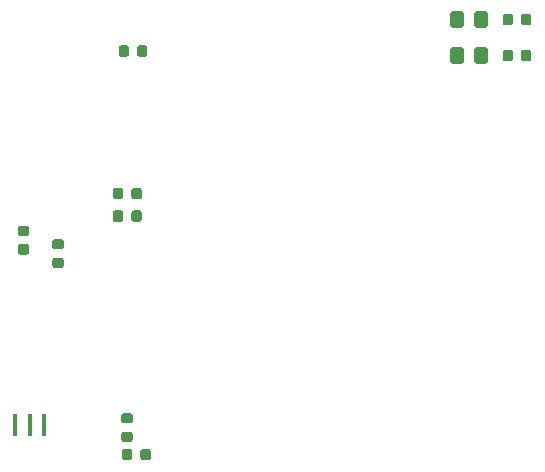
<source format=gbr>
G04 #@! TF.GenerationSoftware,KiCad,Pcbnew,5.1.5-52549c5~84~ubuntu18.04.1*
G04 #@! TF.CreationDate,2020-03-09T21:38:05-04:00*
G04 #@! TF.ProjectId,right,72696768-742e-46b6-9963-61645f706362,rev?*
G04 #@! TF.SameCoordinates,Original*
G04 #@! TF.FileFunction,Paste,Bot*
G04 #@! TF.FilePolarity,Positive*
%FSLAX46Y46*%
G04 Gerber Fmt 4.6, Leading zero omitted, Abs format (unit mm)*
G04 Created by KiCad (PCBNEW 5.1.5-52549c5~84~ubuntu18.04.1) date 2020-03-09 21:38:05*
%MOMM*%
%LPD*%
G04 APERTURE LIST*
%ADD10C,0.100000*%
%ADD11R,0.400000X1.900000*%
G04 APERTURE END LIST*
D10*
G36*
X185397505Y-64579204D02*
G01*
X185421773Y-64582804D01*
X185445572Y-64588765D01*
X185468671Y-64597030D01*
X185490850Y-64607520D01*
X185511893Y-64620132D01*
X185531599Y-64634747D01*
X185549777Y-64651223D01*
X185566253Y-64669401D01*
X185580868Y-64689107D01*
X185593480Y-64710150D01*
X185603970Y-64732329D01*
X185612235Y-64755428D01*
X185618196Y-64779227D01*
X185621796Y-64803495D01*
X185623000Y-64827999D01*
X185623000Y-65728001D01*
X185621796Y-65752505D01*
X185618196Y-65776773D01*
X185612235Y-65800572D01*
X185603970Y-65823671D01*
X185593480Y-65845850D01*
X185580868Y-65866893D01*
X185566253Y-65886599D01*
X185549777Y-65904777D01*
X185531599Y-65921253D01*
X185511893Y-65935868D01*
X185490850Y-65948480D01*
X185468671Y-65958970D01*
X185445572Y-65967235D01*
X185421773Y-65973196D01*
X185397505Y-65976796D01*
X185373001Y-65978000D01*
X184722999Y-65978000D01*
X184698495Y-65976796D01*
X184674227Y-65973196D01*
X184650428Y-65967235D01*
X184627329Y-65958970D01*
X184605150Y-65948480D01*
X184584107Y-65935868D01*
X184564401Y-65921253D01*
X184546223Y-65904777D01*
X184529747Y-65886599D01*
X184515132Y-65866893D01*
X184502520Y-65845850D01*
X184492030Y-65823671D01*
X184483765Y-65800572D01*
X184477804Y-65776773D01*
X184474204Y-65752505D01*
X184473000Y-65728001D01*
X184473000Y-64827999D01*
X184474204Y-64803495D01*
X184477804Y-64779227D01*
X184483765Y-64755428D01*
X184492030Y-64732329D01*
X184502520Y-64710150D01*
X184515132Y-64689107D01*
X184529747Y-64669401D01*
X184546223Y-64651223D01*
X184564401Y-64634747D01*
X184584107Y-64620132D01*
X184605150Y-64607520D01*
X184627329Y-64597030D01*
X184650428Y-64588765D01*
X184674227Y-64582804D01*
X184698495Y-64579204D01*
X184722999Y-64578000D01*
X185373001Y-64578000D01*
X185397505Y-64579204D01*
G37*
G36*
X183347505Y-64579204D02*
G01*
X183371773Y-64582804D01*
X183395572Y-64588765D01*
X183418671Y-64597030D01*
X183440850Y-64607520D01*
X183461893Y-64620132D01*
X183481599Y-64634747D01*
X183499777Y-64651223D01*
X183516253Y-64669401D01*
X183530868Y-64689107D01*
X183543480Y-64710150D01*
X183553970Y-64732329D01*
X183562235Y-64755428D01*
X183568196Y-64779227D01*
X183571796Y-64803495D01*
X183573000Y-64827999D01*
X183573000Y-65728001D01*
X183571796Y-65752505D01*
X183568196Y-65776773D01*
X183562235Y-65800572D01*
X183553970Y-65823671D01*
X183543480Y-65845850D01*
X183530868Y-65866893D01*
X183516253Y-65886599D01*
X183499777Y-65904777D01*
X183481599Y-65921253D01*
X183461893Y-65935868D01*
X183440850Y-65948480D01*
X183418671Y-65958970D01*
X183395572Y-65967235D01*
X183371773Y-65973196D01*
X183347505Y-65976796D01*
X183323001Y-65978000D01*
X182672999Y-65978000D01*
X182648495Y-65976796D01*
X182624227Y-65973196D01*
X182600428Y-65967235D01*
X182577329Y-65958970D01*
X182555150Y-65948480D01*
X182534107Y-65935868D01*
X182514401Y-65921253D01*
X182496223Y-65904777D01*
X182479747Y-65886599D01*
X182465132Y-65866893D01*
X182452520Y-65845850D01*
X182442030Y-65823671D01*
X182433765Y-65800572D01*
X182427804Y-65776773D01*
X182424204Y-65752505D01*
X182423000Y-65728001D01*
X182423000Y-64827999D01*
X182424204Y-64803495D01*
X182427804Y-64779227D01*
X182433765Y-64755428D01*
X182442030Y-64732329D01*
X182452520Y-64710150D01*
X182465132Y-64689107D01*
X182479747Y-64669401D01*
X182496223Y-64651223D01*
X182514401Y-64634747D01*
X182534107Y-64620132D01*
X182555150Y-64607520D01*
X182577329Y-64597030D01*
X182600428Y-64588765D01*
X182624227Y-64582804D01*
X182648495Y-64579204D01*
X182672999Y-64578000D01*
X183323001Y-64578000D01*
X183347505Y-64579204D01*
G37*
G36*
X185397505Y-67627204D02*
G01*
X185421773Y-67630804D01*
X185445572Y-67636765D01*
X185468671Y-67645030D01*
X185490850Y-67655520D01*
X185511893Y-67668132D01*
X185531599Y-67682747D01*
X185549777Y-67699223D01*
X185566253Y-67717401D01*
X185580868Y-67737107D01*
X185593480Y-67758150D01*
X185603970Y-67780329D01*
X185612235Y-67803428D01*
X185618196Y-67827227D01*
X185621796Y-67851495D01*
X185623000Y-67875999D01*
X185623000Y-68776001D01*
X185621796Y-68800505D01*
X185618196Y-68824773D01*
X185612235Y-68848572D01*
X185603970Y-68871671D01*
X185593480Y-68893850D01*
X185580868Y-68914893D01*
X185566253Y-68934599D01*
X185549777Y-68952777D01*
X185531599Y-68969253D01*
X185511893Y-68983868D01*
X185490850Y-68996480D01*
X185468671Y-69006970D01*
X185445572Y-69015235D01*
X185421773Y-69021196D01*
X185397505Y-69024796D01*
X185373001Y-69026000D01*
X184722999Y-69026000D01*
X184698495Y-69024796D01*
X184674227Y-69021196D01*
X184650428Y-69015235D01*
X184627329Y-69006970D01*
X184605150Y-68996480D01*
X184584107Y-68983868D01*
X184564401Y-68969253D01*
X184546223Y-68952777D01*
X184529747Y-68934599D01*
X184515132Y-68914893D01*
X184502520Y-68893850D01*
X184492030Y-68871671D01*
X184483765Y-68848572D01*
X184477804Y-68824773D01*
X184474204Y-68800505D01*
X184473000Y-68776001D01*
X184473000Y-67875999D01*
X184474204Y-67851495D01*
X184477804Y-67827227D01*
X184483765Y-67803428D01*
X184492030Y-67780329D01*
X184502520Y-67758150D01*
X184515132Y-67737107D01*
X184529747Y-67717401D01*
X184546223Y-67699223D01*
X184564401Y-67682747D01*
X184584107Y-67668132D01*
X184605150Y-67655520D01*
X184627329Y-67645030D01*
X184650428Y-67636765D01*
X184674227Y-67630804D01*
X184698495Y-67627204D01*
X184722999Y-67626000D01*
X185373001Y-67626000D01*
X185397505Y-67627204D01*
G37*
G36*
X183347505Y-67627204D02*
G01*
X183371773Y-67630804D01*
X183395572Y-67636765D01*
X183418671Y-67645030D01*
X183440850Y-67655520D01*
X183461893Y-67668132D01*
X183481599Y-67682747D01*
X183499777Y-67699223D01*
X183516253Y-67717401D01*
X183530868Y-67737107D01*
X183543480Y-67758150D01*
X183553970Y-67780329D01*
X183562235Y-67803428D01*
X183568196Y-67827227D01*
X183571796Y-67851495D01*
X183573000Y-67875999D01*
X183573000Y-68776001D01*
X183571796Y-68800505D01*
X183568196Y-68824773D01*
X183562235Y-68848572D01*
X183553970Y-68871671D01*
X183543480Y-68893850D01*
X183530868Y-68914893D01*
X183516253Y-68934599D01*
X183499777Y-68952777D01*
X183481599Y-68969253D01*
X183461893Y-68983868D01*
X183440850Y-68996480D01*
X183418671Y-69006970D01*
X183395572Y-69015235D01*
X183371773Y-69021196D01*
X183347505Y-69024796D01*
X183323001Y-69026000D01*
X182672999Y-69026000D01*
X182648495Y-69024796D01*
X182624227Y-69021196D01*
X182600428Y-69015235D01*
X182577329Y-69006970D01*
X182555150Y-68996480D01*
X182534107Y-68983868D01*
X182514401Y-68969253D01*
X182496223Y-68952777D01*
X182479747Y-68934599D01*
X182465132Y-68914893D01*
X182452520Y-68893850D01*
X182442030Y-68871671D01*
X182433765Y-68848572D01*
X182427804Y-68824773D01*
X182424204Y-68800505D01*
X182423000Y-68776001D01*
X182423000Y-67875999D01*
X182424204Y-67851495D01*
X182427804Y-67827227D01*
X182433765Y-67803428D01*
X182442030Y-67780329D01*
X182452520Y-67758150D01*
X182465132Y-67737107D01*
X182479747Y-67717401D01*
X182496223Y-67699223D01*
X182514401Y-67682747D01*
X182534107Y-67668132D01*
X182555150Y-67655520D01*
X182577329Y-67645030D01*
X182600428Y-67636765D01*
X182624227Y-67630804D01*
X182648495Y-67627204D01*
X182672999Y-67626000D01*
X183323001Y-67626000D01*
X183347505Y-67627204D01*
G37*
D11*
X145612000Y-99568000D03*
X146812000Y-99568000D03*
X148012000Y-99568000D03*
D10*
G36*
X146581691Y-84298053D02*
G01*
X146602926Y-84301203D01*
X146623750Y-84306419D01*
X146643962Y-84313651D01*
X146663368Y-84322830D01*
X146681781Y-84333866D01*
X146699024Y-84346654D01*
X146714930Y-84361070D01*
X146729346Y-84376976D01*
X146742134Y-84394219D01*
X146753170Y-84412632D01*
X146762349Y-84432038D01*
X146769581Y-84452250D01*
X146774797Y-84473074D01*
X146777947Y-84494309D01*
X146779000Y-84515750D01*
X146779000Y-84953250D01*
X146777947Y-84974691D01*
X146774797Y-84995926D01*
X146769581Y-85016750D01*
X146762349Y-85036962D01*
X146753170Y-85056368D01*
X146742134Y-85074781D01*
X146729346Y-85092024D01*
X146714930Y-85107930D01*
X146699024Y-85122346D01*
X146681781Y-85135134D01*
X146663368Y-85146170D01*
X146643962Y-85155349D01*
X146623750Y-85162581D01*
X146602926Y-85167797D01*
X146581691Y-85170947D01*
X146560250Y-85172000D01*
X146047750Y-85172000D01*
X146026309Y-85170947D01*
X146005074Y-85167797D01*
X145984250Y-85162581D01*
X145964038Y-85155349D01*
X145944632Y-85146170D01*
X145926219Y-85135134D01*
X145908976Y-85122346D01*
X145893070Y-85107930D01*
X145878654Y-85092024D01*
X145865866Y-85074781D01*
X145854830Y-85056368D01*
X145845651Y-85036962D01*
X145838419Y-85016750D01*
X145833203Y-84995926D01*
X145830053Y-84974691D01*
X145829000Y-84953250D01*
X145829000Y-84515750D01*
X145830053Y-84494309D01*
X145833203Y-84473074D01*
X145838419Y-84452250D01*
X145845651Y-84432038D01*
X145854830Y-84412632D01*
X145865866Y-84394219D01*
X145878654Y-84376976D01*
X145893070Y-84361070D01*
X145908976Y-84346654D01*
X145926219Y-84333866D01*
X145944632Y-84322830D01*
X145964038Y-84313651D01*
X145984250Y-84306419D01*
X146005074Y-84301203D01*
X146026309Y-84298053D01*
X146047750Y-84297000D01*
X146560250Y-84297000D01*
X146581691Y-84298053D01*
G37*
G36*
X146581691Y-82723053D02*
G01*
X146602926Y-82726203D01*
X146623750Y-82731419D01*
X146643962Y-82738651D01*
X146663368Y-82747830D01*
X146681781Y-82758866D01*
X146699024Y-82771654D01*
X146714930Y-82786070D01*
X146729346Y-82801976D01*
X146742134Y-82819219D01*
X146753170Y-82837632D01*
X146762349Y-82857038D01*
X146769581Y-82877250D01*
X146774797Y-82898074D01*
X146777947Y-82919309D01*
X146779000Y-82940750D01*
X146779000Y-83378250D01*
X146777947Y-83399691D01*
X146774797Y-83420926D01*
X146769581Y-83441750D01*
X146762349Y-83461962D01*
X146753170Y-83481368D01*
X146742134Y-83499781D01*
X146729346Y-83517024D01*
X146714930Y-83532930D01*
X146699024Y-83547346D01*
X146681781Y-83560134D01*
X146663368Y-83571170D01*
X146643962Y-83580349D01*
X146623750Y-83587581D01*
X146602926Y-83592797D01*
X146581691Y-83595947D01*
X146560250Y-83597000D01*
X146047750Y-83597000D01*
X146026309Y-83595947D01*
X146005074Y-83592797D01*
X145984250Y-83587581D01*
X145964038Y-83580349D01*
X145944632Y-83571170D01*
X145926219Y-83560134D01*
X145908976Y-83547346D01*
X145893070Y-83532930D01*
X145878654Y-83517024D01*
X145865866Y-83499781D01*
X145854830Y-83481368D01*
X145845651Y-83461962D01*
X145838419Y-83441750D01*
X145833203Y-83420926D01*
X145830053Y-83399691D01*
X145829000Y-83378250D01*
X145829000Y-82940750D01*
X145830053Y-82919309D01*
X145833203Y-82898074D01*
X145838419Y-82877250D01*
X145845651Y-82857038D01*
X145854830Y-82837632D01*
X145865866Y-82819219D01*
X145878654Y-82801976D01*
X145893070Y-82786070D01*
X145908976Y-82771654D01*
X145926219Y-82758866D01*
X145944632Y-82747830D01*
X145964038Y-82738651D01*
X145984250Y-82731419D01*
X146005074Y-82726203D01*
X146026309Y-82723053D01*
X146047750Y-82722000D01*
X146560250Y-82722000D01*
X146581691Y-82723053D01*
G37*
G36*
X189114691Y-64804053D02*
G01*
X189135926Y-64807203D01*
X189156750Y-64812419D01*
X189176962Y-64819651D01*
X189196368Y-64828830D01*
X189214781Y-64839866D01*
X189232024Y-64852654D01*
X189247930Y-64867070D01*
X189262346Y-64882976D01*
X189275134Y-64900219D01*
X189286170Y-64918632D01*
X189295349Y-64938038D01*
X189302581Y-64958250D01*
X189307797Y-64979074D01*
X189310947Y-65000309D01*
X189312000Y-65021750D01*
X189312000Y-65534250D01*
X189310947Y-65555691D01*
X189307797Y-65576926D01*
X189302581Y-65597750D01*
X189295349Y-65617962D01*
X189286170Y-65637368D01*
X189275134Y-65655781D01*
X189262346Y-65673024D01*
X189247930Y-65688930D01*
X189232024Y-65703346D01*
X189214781Y-65716134D01*
X189196368Y-65727170D01*
X189176962Y-65736349D01*
X189156750Y-65743581D01*
X189135926Y-65748797D01*
X189114691Y-65751947D01*
X189093250Y-65753000D01*
X188655750Y-65753000D01*
X188634309Y-65751947D01*
X188613074Y-65748797D01*
X188592250Y-65743581D01*
X188572038Y-65736349D01*
X188552632Y-65727170D01*
X188534219Y-65716134D01*
X188516976Y-65703346D01*
X188501070Y-65688930D01*
X188486654Y-65673024D01*
X188473866Y-65655781D01*
X188462830Y-65637368D01*
X188453651Y-65617962D01*
X188446419Y-65597750D01*
X188441203Y-65576926D01*
X188438053Y-65555691D01*
X188437000Y-65534250D01*
X188437000Y-65021750D01*
X188438053Y-65000309D01*
X188441203Y-64979074D01*
X188446419Y-64958250D01*
X188453651Y-64938038D01*
X188462830Y-64918632D01*
X188473866Y-64900219D01*
X188486654Y-64882976D01*
X188501070Y-64867070D01*
X188516976Y-64852654D01*
X188534219Y-64839866D01*
X188552632Y-64828830D01*
X188572038Y-64819651D01*
X188592250Y-64812419D01*
X188613074Y-64807203D01*
X188634309Y-64804053D01*
X188655750Y-64803000D01*
X189093250Y-64803000D01*
X189114691Y-64804053D01*
G37*
G36*
X187539691Y-64804053D02*
G01*
X187560926Y-64807203D01*
X187581750Y-64812419D01*
X187601962Y-64819651D01*
X187621368Y-64828830D01*
X187639781Y-64839866D01*
X187657024Y-64852654D01*
X187672930Y-64867070D01*
X187687346Y-64882976D01*
X187700134Y-64900219D01*
X187711170Y-64918632D01*
X187720349Y-64938038D01*
X187727581Y-64958250D01*
X187732797Y-64979074D01*
X187735947Y-65000309D01*
X187737000Y-65021750D01*
X187737000Y-65534250D01*
X187735947Y-65555691D01*
X187732797Y-65576926D01*
X187727581Y-65597750D01*
X187720349Y-65617962D01*
X187711170Y-65637368D01*
X187700134Y-65655781D01*
X187687346Y-65673024D01*
X187672930Y-65688930D01*
X187657024Y-65703346D01*
X187639781Y-65716134D01*
X187621368Y-65727170D01*
X187601962Y-65736349D01*
X187581750Y-65743581D01*
X187560926Y-65748797D01*
X187539691Y-65751947D01*
X187518250Y-65753000D01*
X187080750Y-65753000D01*
X187059309Y-65751947D01*
X187038074Y-65748797D01*
X187017250Y-65743581D01*
X186997038Y-65736349D01*
X186977632Y-65727170D01*
X186959219Y-65716134D01*
X186941976Y-65703346D01*
X186926070Y-65688930D01*
X186911654Y-65673024D01*
X186898866Y-65655781D01*
X186887830Y-65637368D01*
X186878651Y-65617962D01*
X186871419Y-65597750D01*
X186866203Y-65576926D01*
X186863053Y-65555691D01*
X186862000Y-65534250D01*
X186862000Y-65021750D01*
X186863053Y-65000309D01*
X186866203Y-64979074D01*
X186871419Y-64958250D01*
X186878651Y-64938038D01*
X186887830Y-64918632D01*
X186898866Y-64900219D01*
X186911654Y-64882976D01*
X186926070Y-64867070D01*
X186941976Y-64852654D01*
X186959219Y-64839866D01*
X186977632Y-64828830D01*
X186997038Y-64819651D01*
X187017250Y-64812419D01*
X187038074Y-64807203D01*
X187059309Y-64804053D01*
X187080750Y-64803000D01*
X187518250Y-64803000D01*
X187539691Y-64804053D01*
G37*
G36*
X189114691Y-67852053D02*
G01*
X189135926Y-67855203D01*
X189156750Y-67860419D01*
X189176962Y-67867651D01*
X189196368Y-67876830D01*
X189214781Y-67887866D01*
X189232024Y-67900654D01*
X189247930Y-67915070D01*
X189262346Y-67930976D01*
X189275134Y-67948219D01*
X189286170Y-67966632D01*
X189295349Y-67986038D01*
X189302581Y-68006250D01*
X189307797Y-68027074D01*
X189310947Y-68048309D01*
X189312000Y-68069750D01*
X189312000Y-68582250D01*
X189310947Y-68603691D01*
X189307797Y-68624926D01*
X189302581Y-68645750D01*
X189295349Y-68665962D01*
X189286170Y-68685368D01*
X189275134Y-68703781D01*
X189262346Y-68721024D01*
X189247930Y-68736930D01*
X189232024Y-68751346D01*
X189214781Y-68764134D01*
X189196368Y-68775170D01*
X189176962Y-68784349D01*
X189156750Y-68791581D01*
X189135926Y-68796797D01*
X189114691Y-68799947D01*
X189093250Y-68801000D01*
X188655750Y-68801000D01*
X188634309Y-68799947D01*
X188613074Y-68796797D01*
X188592250Y-68791581D01*
X188572038Y-68784349D01*
X188552632Y-68775170D01*
X188534219Y-68764134D01*
X188516976Y-68751346D01*
X188501070Y-68736930D01*
X188486654Y-68721024D01*
X188473866Y-68703781D01*
X188462830Y-68685368D01*
X188453651Y-68665962D01*
X188446419Y-68645750D01*
X188441203Y-68624926D01*
X188438053Y-68603691D01*
X188437000Y-68582250D01*
X188437000Y-68069750D01*
X188438053Y-68048309D01*
X188441203Y-68027074D01*
X188446419Y-68006250D01*
X188453651Y-67986038D01*
X188462830Y-67966632D01*
X188473866Y-67948219D01*
X188486654Y-67930976D01*
X188501070Y-67915070D01*
X188516976Y-67900654D01*
X188534219Y-67887866D01*
X188552632Y-67876830D01*
X188572038Y-67867651D01*
X188592250Y-67860419D01*
X188613074Y-67855203D01*
X188634309Y-67852053D01*
X188655750Y-67851000D01*
X189093250Y-67851000D01*
X189114691Y-67852053D01*
G37*
G36*
X187539691Y-67852053D02*
G01*
X187560926Y-67855203D01*
X187581750Y-67860419D01*
X187601962Y-67867651D01*
X187621368Y-67876830D01*
X187639781Y-67887866D01*
X187657024Y-67900654D01*
X187672930Y-67915070D01*
X187687346Y-67930976D01*
X187700134Y-67948219D01*
X187711170Y-67966632D01*
X187720349Y-67986038D01*
X187727581Y-68006250D01*
X187732797Y-68027074D01*
X187735947Y-68048309D01*
X187737000Y-68069750D01*
X187737000Y-68582250D01*
X187735947Y-68603691D01*
X187732797Y-68624926D01*
X187727581Y-68645750D01*
X187720349Y-68665962D01*
X187711170Y-68685368D01*
X187700134Y-68703781D01*
X187687346Y-68721024D01*
X187672930Y-68736930D01*
X187657024Y-68751346D01*
X187639781Y-68764134D01*
X187621368Y-68775170D01*
X187601962Y-68784349D01*
X187581750Y-68791581D01*
X187560926Y-68796797D01*
X187539691Y-68799947D01*
X187518250Y-68801000D01*
X187080750Y-68801000D01*
X187059309Y-68799947D01*
X187038074Y-68796797D01*
X187017250Y-68791581D01*
X186997038Y-68784349D01*
X186977632Y-68775170D01*
X186959219Y-68764134D01*
X186941976Y-68751346D01*
X186926070Y-68736930D01*
X186911654Y-68721024D01*
X186898866Y-68703781D01*
X186887830Y-68685368D01*
X186878651Y-68665962D01*
X186871419Y-68645750D01*
X186866203Y-68624926D01*
X186863053Y-68603691D01*
X186862000Y-68582250D01*
X186862000Y-68069750D01*
X186863053Y-68048309D01*
X186866203Y-68027074D01*
X186871419Y-68006250D01*
X186878651Y-67986038D01*
X186887830Y-67966632D01*
X186898866Y-67948219D01*
X186911654Y-67930976D01*
X186926070Y-67915070D01*
X186941976Y-67900654D01*
X186959219Y-67887866D01*
X186977632Y-67876830D01*
X186997038Y-67867651D01*
X187017250Y-67860419D01*
X187038074Y-67855203D01*
X187059309Y-67852053D01*
X187080750Y-67851000D01*
X187518250Y-67851000D01*
X187539691Y-67852053D01*
G37*
G36*
X149502691Y-83866053D02*
G01*
X149523926Y-83869203D01*
X149544750Y-83874419D01*
X149564962Y-83881651D01*
X149584368Y-83890830D01*
X149602781Y-83901866D01*
X149620024Y-83914654D01*
X149635930Y-83929070D01*
X149650346Y-83944976D01*
X149663134Y-83962219D01*
X149674170Y-83980632D01*
X149683349Y-84000038D01*
X149690581Y-84020250D01*
X149695797Y-84041074D01*
X149698947Y-84062309D01*
X149700000Y-84083750D01*
X149700000Y-84521250D01*
X149698947Y-84542691D01*
X149695797Y-84563926D01*
X149690581Y-84584750D01*
X149683349Y-84604962D01*
X149674170Y-84624368D01*
X149663134Y-84642781D01*
X149650346Y-84660024D01*
X149635930Y-84675930D01*
X149620024Y-84690346D01*
X149602781Y-84703134D01*
X149584368Y-84714170D01*
X149564962Y-84723349D01*
X149544750Y-84730581D01*
X149523926Y-84735797D01*
X149502691Y-84738947D01*
X149481250Y-84740000D01*
X148968750Y-84740000D01*
X148947309Y-84738947D01*
X148926074Y-84735797D01*
X148905250Y-84730581D01*
X148885038Y-84723349D01*
X148865632Y-84714170D01*
X148847219Y-84703134D01*
X148829976Y-84690346D01*
X148814070Y-84675930D01*
X148799654Y-84660024D01*
X148786866Y-84642781D01*
X148775830Y-84624368D01*
X148766651Y-84604962D01*
X148759419Y-84584750D01*
X148754203Y-84563926D01*
X148751053Y-84542691D01*
X148750000Y-84521250D01*
X148750000Y-84083750D01*
X148751053Y-84062309D01*
X148754203Y-84041074D01*
X148759419Y-84020250D01*
X148766651Y-84000038D01*
X148775830Y-83980632D01*
X148786866Y-83962219D01*
X148799654Y-83944976D01*
X148814070Y-83929070D01*
X148829976Y-83914654D01*
X148847219Y-83901866D01*
X148865632Y-83890830D01*
X148885038Y-83881651D01*
X148905250Y-83874419D01*
X148926074Y-83869203D01*
X148947309Y-83866053D01*
X148968750Y-83865000D01*
X149481250Y-83865000D01*
X149502691Y-83866053D01*
G37*
G36*
X149502691Y-85441053D02*
G01*
X149523926Y-85444203D01*
X149544750Y-85449419D01*
X149564962Y-85456651D01*
X149584368Y-85465830D01*
X149602781Y-85476866D01*
X149620024Y-85489654D01*
X149635930Y-85504070D01*
X149650346Y-85519976D01*
X149663134Y-85537219D01*
X149674170Y-85555632D01*
X149683349Y-85575038D01*
X149690581Y-85595250D01*
X149695797Y-85616074D01*
X149698947Y-85637309D01*
X149700000Y-85658750D01*
X149700000Y-86096250D01*
X149698947Y-86117691D01*
X149695797Y-86138926D01*
X149690581Y-86159750D01*
X149683349Y-86179962D01*
X149674170Y-86199368D01*
X149663134Y-86217781D01*
X149650346Y-86235024D01*
X149635930Y-86250930D01*
X149620024Y-86265346D01*
X149602781Y-86278134D01*
X149584368Y-86289170D01*
X149564962Y-86298349D01*
X149544750Y-86305581D01*
X149523926Y-86310797D01*
X149502691Y-86313947D01*
X149481250Y-86315000D01*
X148968750Y-86315000D01*
X148947309Y-86313947D01*
X148926074Y-86310797D01*
X148905250Y-86305581D01*
X148885038Y-86298349D01*
X148865632Y-86289170D01*
X148847219Y-86278134D01*
X148829976Y-86265346D01*
X148814070Y-86250930D01*
X148799654Y-86235024D01*
X148786866Y-86217781D01*
X148775830Y-86199368D01*
X148766651Y-86179962D01*
X148759419Y-86159750D01*
X148754203Y-86138926D01*
X148751053Y-86117691D01*
X148750000Y-86096250D01*
X148750000Y-85658750D01*
X148751053Y-85637309D01*
X148754203Y-85616074D01*
X148759419Y-85595250D01*
X148766651Y-85575038D01*
X148775830Y-85555632D01*
X148786866Y-85537219D01*
X148799654Y-85519976D01*
X148814070Y-85504070D01*
X148829976Y-85489654D01*
X148847219Y-85476866D01*
X148865632Y-85465830D01*
X148885038Y-85456651D01*
X148905250Y-85449419D01*
X148926074Y-85444203D01*
X148947309Y-85441053D01*
X148968750Y-85440000D01*
X149481250Y-85440000D01*
X149502691Y-85441053D01*
G37*
G36*
X156602691Y-67471053D02*
G01*
X156623926Y-67474203D01*
X156644750Y-67479419D01*
X156664962Y-67486651D01*
X156684368Y-67495830D01*
X156702781Y-67506866D01*
X156720024Y-67519654D01*
X156735930Y-67534070D01*
X156750346Y-67549976D01*
X156763134Y-67567219D01*
X156774170Y-67585632D01*
X156783349Y-67605038D01*
X156790581Y-67625250D01*
X156795797Y-67646074D01*
X156798947Y-67667309D01*
X156800000Y-67688750D01*
X156800000Y-68201250D01*
X156798947Y-68222691D01*
X156795797Y-68243926D01*
X156790581Y-68264750D01*
X156783349Y-68284962D01*
X156774170Y-68304368D01*
X156763134Y-68322781D01*
X156750346Y-68340024D01*
X156735930Y-68355930D01*
X156720024Y-68370346D01*
X156702781Y-68383134D01*
X156684368Y-68394170D01*
X156664962Y-68403349D01*
X156644750Y-68410581D01*
X156623926Y-68415797D01*
X156602691Y-68418947D01*
X156581250Y-68420000D01*
X156143750Y-68420000D01*
X156122309Y-68418947D01*
X156101074Y-68415797D01*
X156080250Y-68410581D01*
X156060038Y-68403349D01*
X156040632Y-68394170D01*
X156022219Y-68383134D01*
X156004976Y-68370346D01*
X155989070Y-68355930D01*
X155974654Y-68340024D01*
X155961866Y-68322781D01*
X155950830Y-68304368D01*
X155941651Y-68284962D01*
X155934419Y-68264750D01*
X155929203Y-68243926D01*
X155926053Y-68222691D01*
X155925000Y-68201250D01*
X155925000Y-67688750D01*
X155926053Y-67667309D01*
X155929203Y-67646074D01*
X155934419Y-67625250D01*
X155941651Y-67605038D01*
X155950830Y-67585632D01*
X155961866Y-67567219D01*
X155974654Y-67549976D01*
X155989070Y-67534070D01*
X156004976Y-67519654D01*
X156022219Y-67506866D01*
X156040632Y-67495830D01*
X156060038Y-67486651D01*
X156080250Y-67479419D01*
X156101074Y-67474203D01*
X156122309Y-67471053D01*
X156143750Y-67470000D01*
X156581250Y-67470000D01*
X156602691Y-67471053D01*
G37*
G36*
X155027691Y-67471053D02*
G01*
X155048926Y-67474203D01*
X155069750Y-67479419D01*
X155089962Y-67486651D01*
X155109368Y-67495830D01*
X155127781Y-67506866D01*
X155145024Y-67519654D01*
X155160930Y-67534070D01*
X155175346Y-67549976D01*
X155188134Y-67567219D01*
X155199170Y-67585632D01*
X155208349Y-67605038D01*
X155215581Y-67625250D01*
X155220797Y-67646074D01*
X155223947Y-67667309D01*
X155225000Y-67688750D01*
X155225000Y-68201250D01*
X155223947Y-68222691D01*
X155220797Y-68243926D01*
X155215581Y-68264750D01*
X155208349Y-68284962D01*
X155199170Y-68304368D01*
X155188134Y-68322781D01*
X155175346Y-68340024D01*
X155160930Y-68355930D01*
X155145024Y-68370346D01*
X155127781Y-68383134D01*
X155109368Y-68394170D01*
X155089962Y-68403349D01*
X155069750Y-68410581D01*
X155048926Y-68415797D01*
X155027691Y-68418947D01*
X155006250Y-68420000D01*
X154568750Y-68420000D01*
X154547309Y-68418947D01*
X154526074Y-68415797D01*
X154505250Y-68410581D01*
X154485038Y-68403349D01*
X154465632Y-68394170D01*
X154447219Y-68383134D01*
X154429976Y-68370346D01*
X154414070Y-68355930D01*
X154399654Y-68340024D01*
X154386866Y-68322781D01*
X154375830Y-68304368D01*
X154366651Y-68284962D01*
X154359419Y-68264750D01*
X154354203Y-68243926D01*
X154351053Y-68222691D01*
X154350000Y-68201250D01*
X154350000Y-67688750D01*
X154351053Y-67667309D01*
X154354203Y-67646074D01*
X154359419Y-67625250D01*
X154366651Y-67605038D01*
X154375830Y-67585632D01*
X154386866Y-67567219D01*
X154399654Y-67549976D01*
X154414070Y-67534070D01*
X154429976Y-67519654D01*
X154447219Y-67506866D01*
X154465632Y-67495830D01*
X154485038Y-67486651D01*
X154505250Y-67479419D01*
X154526074Y-67474203D01*
X154547309Y-67471053D01*
X154568750Y-67470000D01*
X155006250Y-67470000D01*
X155027691Y-67471053D01*
G37*
G36*
X155344691Y-100173053D02*
G01*
X155365926Y-100176203D01*
X155386750Y-100181419D01*
X155406962Y-100188651D01*
X155426368Y-100197830D01*
X155444781Y-100208866D01*
X155462024Y-100221654D01*
X155477930Y-100236070D01*
X155492346Y-100251976D01*
X155505134Y-100269219D01*
X155516170Y-100287632D01*
X155525349Y-100307038D01*
X155532581Y-100327250D01*
X155537797Y-100348074D01*
X155540947Y-100369309D01*
X155542000Y-100390750D01*
X155542000Y-100828250D01*
X155540947Y-100849691D01*
X155537797Y-100870926D01*
X155532581Y-100891750D01*
X155525349Y-100911962D01*
X155516170Y-100931368D01*
X155505134Y-100949781D01*
X155492346Y-100967024D01*
X155477930Y-100982930D01*
X155462024Y-100997346D01*
X155444781Y-101010134D01*
X155426368Y-101021170D01*
X155406962Y-101030349D01*
X155386750Y-101037581D01*
X155365926Y-101042797D01*
X155344691Y-101045947D01*
X155323250Y-101047000D01*
X154810750Y-101047000D01*
X154789309Y-101045947D01*
X154768074Y-101042797D01*
X154747250Y-101037581D01*
X154727038Y-101030349D01*
X154707632Y-101021170D01*
X154689219Y-101010134D01*
X154671976Y-100997346D01*
X154656070Y-100982930D01*
X154641654Y-100967024D01*
X154628866Y-100949781D01*
X154617830Y-100931368D01*
X154608651Y-100911962D01*
X154601419Y-100891750D01*
X154596203Y-100870926D01*
X154593053Y-100849691D01*
X154592000Y-100828250D01*
X154592000Y-100390750D01*
X154593053Y-100369309D01*
X154596203Y-100348074D01*
X154601419Y-100327250D01*
X154608651Y-100307038D01*
X154617830Y-100287632D01*
X154628866Y-100269219D01*
X154641654Y-100251976D01*
X154656070Y-100236070D01*
X154671976Y-100221654D01*
X154689219Y-100208866D01*
X154707632Y-100197830D01*
X154727038Y-100188651D01*
X154747250Y-100181419D01*
X154768074Y-100176203D01*
X154789309Y-100173053D01*
X154810750Y-100172000D01*
X155323250Y-100172000D01*
X155344691Y-100173053D01*
G37*
G36*
X155344691Y-98598053D02*
G01*
X155365926Y-98601203D01*
X155386750Y-98606419D01*
X155406962Y-98613651D01*
X155426368Y-98622830D01*
X155444781Y-98633866D01*
X155462024Y-98646654D01*
X155477930Y-98661070D01*
X155492346Y-98676976D01*
X155505134Y-98694219D01*
X155516170Y-98712632D01*
X155525349Y-98732038D01*
X155532581Y-98752250D01*
X155537797Y-98773074D01*
X155540947Y-98794309D01*
X155542000Y-98815750D01*
X155542000Y-99253250D01*
X155540947Y-99274691D01*
X155537797Y-99295926D01*
X155532581Y-99316750D01*
X155525349Y-99336962D01*
X155516170Y-99356368D01*
X155505134Y-99374781D01*
X155492346Y-99392024D01*
X155477930Y-99407930D01*
X155462024Y-99422346D01*
X155444781Y-99435134D01*
X155426368Y-99446170D01*
X155406962Y-99455349D01*
X155386750Y-99462581D01*
X155365926Y-99467797D01*
X155344691Y-99470947D01*
X155323250Y-99472000D01*
X154810750Y-99472000D01*
X154789309Y-99470947D01*
X154768074Y-99467797D01*
X154747250Y-99462581D01*
X154727038Y-99455349D01*
X154707632Y-99446170D01*
X154689219Y-99435134D01*
X154671976Y-99422346D01*
X154656070Y-99407930D01*
X154641654Y-99392024D01*
X154628866Y-99374781D01*
X154617830Y-99356368D01*
X154608651Y-99336962D01*
X154601419Y-99316750D01*
X154596203Y-99295926D01*
X154593053Y-99274691D01*
X154592000Y-99253250D01*
X154592000Y-98815750D01*
X154593053Y-98794309D01*
X154596203Y-98773074D01*
X154601419Y-98752250D01*
X154608651Y-98732038D01*
X154617830Y-98712632D01*
X154628866Y-98694219D01*
X154641654Y-98676976D01*
X154656070Y-98661070D01*
X154671976Y-98646654D01*
X154689219Y-98633866D01*
X154707632Y-98622830D01*
X154727038Y-98613651D01*
X154747250Y-98606419D01*
X154768074Y-98601203D01*
X154789309Y-98598053D01*
X154810750Y-98597000D01*
X155323250Y-98597000D01*
X155344691Y-98598053D01*
G37*
G36*
X155307191Y-101634053D02*
G01*
X155328426Y-101637203D01*
X155349250Y-101642419D01*
X155369462Y-101649651D01*
X155388868Y-101658830D01*
X155407281Y-101669866D01*
X155424524Y-101682654D01*
X155440430Y-101697070D01*
X155454846Y-101712976D01*
X155467634Y-101730219D01*
X155478670Y-101748632D01*
X155487849Y-101768038D01*
X155495081Y-101788250D01*
X155500297Y-101809074D01*
X155503447Y-101830309D01*
X155504500Y-101851750D01*
X155504500Y-102364250D01*
X155503447Y-102385691D01*
X155500297Y-102406926D01*
X155495081Y-102427750D01*
X155487849Y-102447962D01*
X155478670Y-102467368D01*
X155467634Y-102485781D01*
X155454846Y-102503024D01*
X155440430Y-102518930D01*
X155424524Y-102533346D01*
X155407281Y-102546134D01*
X155388868Y-102557170D01*
X155369462Y-102566349D01*
X155349250Y-102573581D01*
X155328426Y-102578797D01*
X155307191Y-102581947D01*
X155285750Y-102583000D01*
X154848250Y-102583000D01*
X154826809Y-102581947D01*
X154805574Y-102578797D01*
X154784750Y-102573581D01*
X154764538Y-102566349D01*
X154745132Y-102557170D01*
X154726719Y-102546134D01*
X154709476Y-102533346D01*
X154693570Y-102518930D01*
X154679154Y-102503024D01*
X154666366Y-102485781D01*
X154655330Y-102467368D01*
X154646151Y-102447962D01*
X154638919Y-102427750D01*
X154633703Y-102406926D01*
X154630553Y-102385691D01*
X154629500Y-102364250D01*
X154629500Y-101851750D01*
X154630553Y-101830309D01*
X154633703Y-101809074D01*
X154638919Y-101788250D01*
X154646151Y-101768038D01*
X154655330Y-101748632D01*
X154666366Y-101730219D01*
X154679154Y-101712976D01*
X154693570Y-101697070D01*
X154709476Y-101682654D01*
X154726719Y-101669866D01*
X154745132Y-101658830D01*
X154764538Y-101649651D01*
X154784750Y-101642419D01*
X154805574Y-101637203D01*
X154826809Y-101634053D01*
X154848250Y-101633000D01*
X155285750Y-101633000D01*
X155307191Y-101634053D01*
G37*
G36*
X156882191Y-101634053D02*
G01*
X156903426Y-101637203D01*
X156924250Y-101642419D01*
X156944462Y-101649651D01*
X156963868Y-101658830D01*
X156982281Y-101669866D01*
X156999524Y-101682654D01*
X157015430Y-101697070D01*
X157029846Y-101712976D01*
X157042634Y-101730219D01*
X157053670Y-101748632D01*
X157062849Y-101768038D01*
X157070081Y-101788250D01*
X157075297Y-101809074D01*
X157078447Y-101830309D01*
X157079500Y-101851750D01*
X157079500Y-102364250D01*
X157078447Y-102385691D01*
X157075297Y-102406926D01*
X157070081Y-102427750D01*
X157062849Y-102447962D01*
X157053670Y-102467368D01*
X157042634Y-102485781D01*
X157029846Y-102503024D01*
X157015430Y-102518930D01*
X156999524Y-102533346D01*
X156982281Y-102546134D01*
X156963868Y-102557170D01*
X156944462Y-102566349D01*
X156924250Y-102573581D01*
X156903426Y-102578797D01*
X156882191Y-102581947D01*
X156860750Y-102583000D01*
X156423250Y-102583000D01*
X156401809Y-102581947D01*
X156380574Y-102578797D01*
X156359750Y-102573581D01*
X156339538Y-102566349D01*
X156320132Y-102557170D01*
X156301719Y-102546134D01*
X156284476Y-102533346D01*
X156268570Y-102518930D01*
X156254154Y-102503024D01*
X156241366Y-102485781D01*
X156230330Y-102467368D01*
X156221151Y-102447962D01*
X156213919Y-102427750D01*
X156208703Y-102406926D01*
X156205553Y-102385691D01*
X156204500Y-102364250D01*
X156204500Y-101851750D01*
X156205553Y-101830309D01*
X156208703Y-101809074D01*
X156213919Y-101788250D01*
X156221151Y-101768038D01*
X156230330Y-101748632D01*
X156241366Y-101730219D01*
X156254154Y-101712976D01*
X156268570Y-101697070D01*
X156284476Y-101682654D01*
X156301719Y-101669866D01*
X156320132Y-101658830D01*
X156339538Y-101649651D01*
X156359750Y-101642419D01*
X156380574Y-101637203D01*
X156401809Y-101634053D01*
X156423250Y-101633000D01*
X156860750Y-101633000D01*
X156882191Y-101634053D01*
G37*
G36*
X154545191Y-79536053D02*
G01*
X154566426Y-79539203D01*
X154587250Y-79544419D01*
X154607462Y-79551651D01*
X154626868Y-79560830D01*
X154645281Y-79571866D01*
X154662524Y-79584654D01*
X154678430Y-79599070D01*
X154692846Y-79614976D01*
X154705634Y-79632219D01*
X154716670Y-79650632D01*
X154725849Y-79670038D01*
X154733081Y-79690250D01*
X154738297Y-79711074D01*
X154741447Y-79732309D01*
X154742500Y-79753750D01*
X154742500Y-80266250D01*
X154741447Y-80287691D01*
X154738297Y-80308926D01*
X154733081Y-80329750D01*
X154725849Y-80349962D01*
X154716670Y-80369368D01*
X154705634Y-80387781D01*
X154692846Y-80405024D01*
X154678430Y-80420930D01*
X154662524Y-80435346D01*
X154645281Y-80448134D01*
X154626868Y-80459170D01*
X154607462Y-80468349D01*
X154587250Y-80475581D01*
X154566426Y-80480797D01*
X154545191Y-80483947D01*
X154523750Y-80485000D01*
X154086250Y-80485000D01*
X154064809Y-80483947D01*
X154043574Y-80480797D01*
X154022750Y-80475581D01*
X154002538Y-80468349D01*
X153983132Y-80459170D01*
X153964719Y-80448134D01*
X153947476Y-80435346D01*
X153931570Y-80420930D01*
X153917154Y-80405024D01*
X153904366Y-80387781D01*
X153893330Y-80369368D01*
X153884151Y-80349962D01*
X153876919Y-80329750D01*
X153871703Y-80308926D01*
X153868553Y-80287691D01*
X153867500Y-80266250D01*
X153867500Y-79753750D01*
X153868553Y-79732309D01*
X153871703Y-79711074D01*
X153876919Y-79690250D01*
X153884151Y-79670038D01*
X153893330Y-79650632D01*
X153904366Y-79632219D01*
X153917154Y-79614976D01*
X153931570Y-79599070D01*
X153947476Y-79584654D01*
X153964719Y-79571866D01*
X153983132Y-79560830D01*
X154002538Y-79551651D01*
X154022750Y-79544419D01*
X154043574Y-79539203D01*
X154064809Y-79536053D01*
X154086250Y-79535000D01*
X154523750Y-79535000D01*
X154545191Y-79536053D01*
G37*
G36*
X156120191Y-79536053D02*
G01*
X156141426Y-79539203D01*
X156162250Y-79544419D01*
X156182462Y-79551651D01*
X156201868Y-79560830D01*
X156220281Y-79571866D01*
X156237524Y-79584654D01*
X156253430Y-79599070D01*
X156267846Y-79614976D01*
X156280634Y-79632219D01*
X156291670Y-79650632D01*
X156300849Y-79670038D01*
X156308081Y-79690250D01*
X156313297Y-79711074D01*
X156316447Y-79732309D01*
X156317500Y-79753750D01*
X156317500Y-80266250D01*
X156316447Y-80287691D01*
X156313297Y-80308926D01*
X156308081Y-80329750D01*
X156300849Y-80349962D01*
X156291670Y-80369368D01*
X156280634Y-80387781D01*
X156267846Y-80405024D01*
X156253430Y-80420930D01*
X156237524Y-80435346D01*
X156220281Y-80448134D01*
X156201868Y-80459170D01*
X156182462Y-80468349D01*
X156162250Y-80475581D01*
X156141426Y-80480797D01*
X156120191Y-80483947D01*
X156098750Y-80485000D01*
X155661250Y-80485000D01*
X155639809Y-80483947D01*
X155618574Y-80480797D01*
X155597750Y-80475581D01*
X155577538Y-80468349D01*
X155558132Y-80459170D01*
X155539719Y-80448134D01*
X155522476Y-80435346D01*
X155506570Y-80420930D01*
X155492154Y-80405024D01*
X155479366Y-80387781D01*
X155468330Y-80369368D01*
X155459151Y-80349962D01*
X155451919Y-80329750D01*
X155446703Y-80308926D01*
X155443553Y-80287691D01*
X155442500Y-80266250D01*
X155442500Y-79753750D01*
X155443553Y-79732309D01*
X155446703Y-79711074D01*
X155451919Y-79690250D01*
X155459151Y-79670038D01*
X155468330Y-79650632D01*
X155479366Y-79632219D01*
X155492154Y-79614976D01*
X155506570Y-79599070D01*
X155522476Y-79584654D01*
X155539719Y-79571866D01*
X155558132Y-79560830D01*
X155577538Y-79551651D01*
X155597750Y-79544419D01*
X155618574Y-79539203D01*
X155639809Y-79536053D01*
X155661250Y-79535000D01*
X156098750Y-79535000D01*
X156120191Y-79536053D01*
G37*
G36*
X154545191Y-81441053D02*
G01*
X154566426Y-81444203D01*
X154587250Y-81449419D01*
X154607462Y-81456651D01*
X154626868Y-81465830D01*
X154645281Y-81476866D01*
X154662524Y-81489654D01*
X154678430Y-81504070D01*
X154692846Y-81519976D01*
X154705634Y-81537219D01*
X154716670Y-81555632D01*
X154725849Y-81575038D01*
X154733081Y-81595250D01*
X154738297Y-81616074D01*
X154741447Y-81637309D01*
X154742500Y-81658750D01*
X154742500Y-82171250D01*
X154741447Y-82192691D01*
X154738297Y-82213926D01*
X154733081Y-82234750D01*
X154725849Y-82254962D01*
X154716670Y-82274368D01*
X154705634Y-82292781D01*
X154692846Y-82310024D01*
X154678430Y-82325930D01*
X154662524Y-82340346D01*
X154645281Y-82353134D01*
X154626868Y-82364170D01*
X154607462Y-82373349D01*
X154587250Y-82380581D01*
X154566426Y-82385797D01*
X154545191Y-82388947D01*
X154523750Y-82390000D01*
X154086250Y-82390000D01*
X154064809Y-82388947D01*
X154043574Y-82385797D01*
X154022750Y-82380581D01*
X154002538Y-82373349D01*
X153983132Y-82364170D01*
X153964719Y-82353134D01*
X153947476Y-82340346D01*
X153931570Y-82325930D01*
X153917154Y-82310024D01*
X153904366Y-82292781D01*
X153893330Y-82274368D01*
X153884151Y-82254962D01*
X153876919Y-82234750D01*
X153871703Y-82213926D01*
X153868553Y-82192691D01*
X153867500Y-82171250D01*
X153867500Y-81658750D01*
X153868553Y-81637309D01*
X153871703Y-81616074D01*
X153876919Y-81595250D01*
X153884151Y-81575038D01*
X153893330Y-81555632D01*
X153904366Y-81537219D01*
X153917154Y-81519976D01*
X153931570Y-81504070D01*
X153947476Y-81489654D01*
X153964719Y-81476866D01*
X153983132Y-81465830D01*
X154002538Y-81456651D01*
X154022750Y-81449419D01*
X154043574Y-81444203D01*
X154064809Y-81441053D01*
X154086250Y-81440000D01*
X154523750Y-81440000D01*
X154545191Y-81441053D01*
G37*
G36*
X156120191Y-81441053D02*
G01*
X156141426Y-81444203D01*
X156162250Y-81449419D01*
X156182462Y-81456651D01*
X156201868Y-81465830D01*
X156220281Y-81476866D01*
X156237524Y-81489654D01*
X156253430Y-81504070D01*
X156267846Y-81519976D01*
X156280634Y-81537219D01*
X156291670Y-81555632D01*
X156300849Y-81575038D01*
X156308081Y-81595250D01*
X156313297Y-81616074D01*
X156316447Y-81637309D01*
X156317500Y-81658750D01*
X156317500Y-82171250D01*
X156316447Y-82192691D01*
X156313297Y-82213926D01*
X156308081Y-82234750D01*
X156300849Y-82254962D01*
X156291670Y-82274368D01*
X156280634Y-82292781D01*
X156267846Y-82310024D01*
X156253430Y-82325930D01*
X156237524Y-82340346D01*
X156220281Y-82353134D01*
X156201868Y-82364170D01*
X156182462Y-82373349D01*
X156162250Y-82380581D01*
X156141426Y-82385797D01*
X156120191Y-82388947D01*
X156098750Y-82390000D01*
X155661250Y-82390000D01*
X155639809Y-82388947D01*
X155618574Y-82385797D01*
X155597750Y-82380581D01*
X155577538Y-82373349D01*
X155558132Y-82364170D01*
X155539719Y-82353134D01*
X155522476Y-82340346D01*
X155506570Y-82325930D01*
X155492154Y-82310024D01*
X155479366Y-82292781D01*
X155468330Y-82274368D01*
X155459151Y-82254962D01*
X155451919Y-82234750D01*
X155446703Y-82213926D01*
X155443553Y-82192691D01*
X155442500Y-82171250D01*
X155442500Y-81658750D01*
X155443553Y-81637309D01*
X155446703Y-81616074D01*
X155451919Y-81595250D01*
X155459151Y-81575038D01*
X155468330Y-81555632D01*
X155479366Y-81537219D01*
X155492154Y-81519976D01*
X155506570Y-81504070D01*
X155522476Y-81489654D01*
X155539719Y-81476866D01*
X155558132Y-81465830D01*
X155577538Y-81456651D01*
X155597750Y-81449419D01*
X155618574Y-81444203D01*
X155639809Y-81441053D01*
X155661250Y-81440000D01*
X156098750Y-81440000D01*
X156120191Y-81441053D01*
G37*
M02*

</source>
